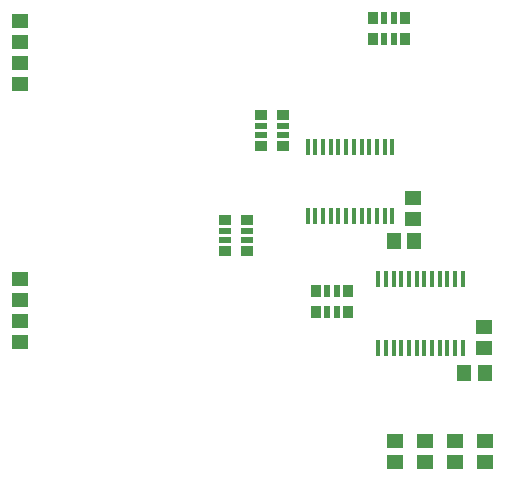
<source format=gbp>
G04 Layer_Color=128*
%FSLAX25Y25*%
%MOIN*%
G70*
G01*
G75*
%ADD22R,0.04528X0.05315*%
%ADD23R,0.04134X0.02362*%
%ADD24R,0.04134X0.03347*%
%ADD25R,0.05315X0.04528*%
%ADD26R,0.02362X0.04134*%
%ADD27R,0.03347X0.04134*%
%ADD28R,0.01575X0.05512*%
D22*
X76445Y-20000D02*
D03*
X69555D02*
D03*
X99945Y-64000D02*
D03*
X93055D02*
D03*
D23*
X13457Y-19575D02*
D03*
Y-16425D02*
D03*
X20543Y-19575D02*
D03*
Y-16425D02*
D03*
X32543Y18575D02*
D03*
Y15425D02*
D03*
X25457Y18575D02*
D03*
Y15425D02*
D03*
D24*
X13457Y-23216D02*
D03*
Y-12784D02*
D03*
X20543Y-23216D02*
D03*
Y-12784D02*
D03*
X32543Y22217D02*
D03*
Y11784D02*
D03*
X25457Y22217D02*
D03*
Y11784D02*
D03*
D25*
X76000Y-5555D02*
D03*
Y-12445D02*
D03*
X99500Y-48555D02*
D03*
Y-55445D02*
D03*
X-55000Y39445D02*
D03*
Y32555D02*
D03*
Y46555D02*
D03*
Y53445D02*
D03*
Y-39445D02*
D03*
Y-32555D02*
D03*
Y-46555D02*
D03*
Y-53445D02*
D03*
X100000Y-86555D02*
D03*
Y-93445D02*
D03*
X90000Y-86555D02*
D03*
Y-93445D02*
D03*
X80000Y-86555D02*
D03*
Y-93445D02*
D03*
X70000Y-86555D02*
D03*
Y-93445D02*
D03*
D26*
X50575Y-43543D02*
D03*
X47425D02*
D03*
X50575Y-36457D02*
D03*
X47425D02*
D03*
X69575Y47457D02*
D03*
X66425D02*
D03*
X69575Y54543D02*
D03*
X66425D02*
D03*
D27*
X54216Y-43543D02*
D03*
X43784D02*
D03*
X54216Y-36457D02*
D03*
X43784D02*
D03*
X73216Y47457D02*
D03*
X62783D02*
D03*
X73216Y54543D02*
D03*
X62783D02*
D03*
D28*
X40925Y11614D02*
D03*
X43484D02*
D03*
X46043D02*
D03*
X48602D02*
D03*
X51161D02*
D03*
X53720D02*
D03*
X56279D02*
D03*
X58839D02*
D03*
X61398D02*
D03*
X63957D02*
D03*
X66516D02*
D03*
X69075D02*
D03*
X40925Y-11614D02*
D03*
X43484D02*
D03*
X46043D02*
D03*
X48602D02*
D03*
X51161D02*
D03*
X53720D02*
D03*
X56279D02*
D03*
X58839D02*
D03*
X61398D02*
D03*
X63957D02*
D03*
X66516D02*
D03*
X69075D02*
D03*
X64425Y-32386D02*
D03*
X66984D02*
D03*
X69543D02*
D03*
X72102D02*
D03*
X74661D02*
D03*
X77220D02*
D03*
X79779D02*
D03*
X82339D02*
D03*
X84898D02*
D03*
X87457D02*
D03*
X90016D02*
D03*
X92575D02*
D03*
X64425Y-55614D02*
D03*
X66984D02*
D03*
X69543D02*
D03*
X72102D02*
D03*
X74661D02*
D03*
X77220D02*
D03*
X79779D02*
D03*
X82339D02*
D03*
X84898D02*
D03*
X87457D02*
D03*
X90016D02*
D03*
X92575D02*
D03*
M02*

</source>
